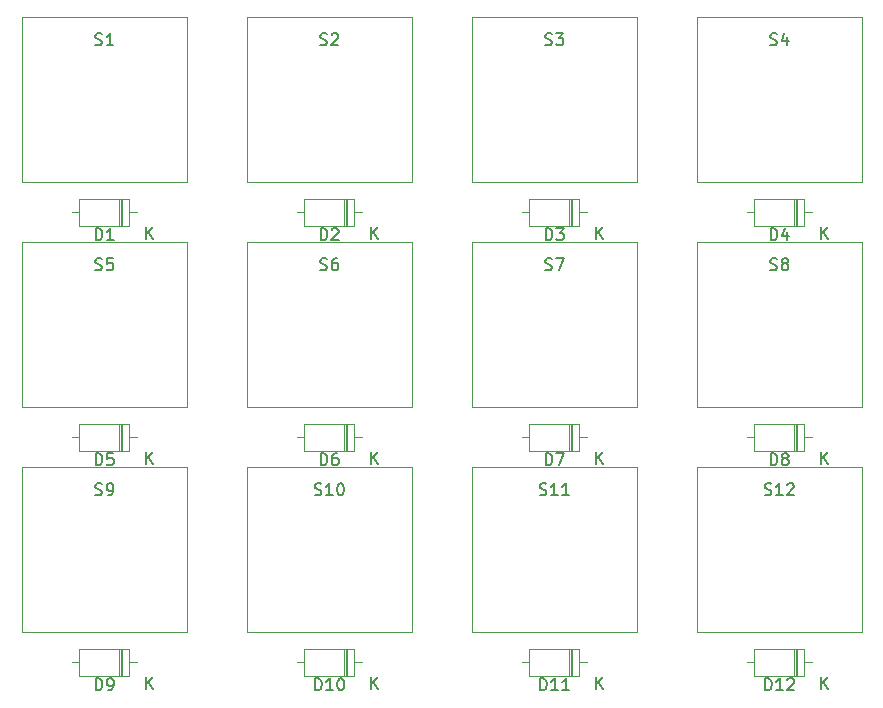
<source format=gbr>
%TF.GenerationSoftware,KiCad,Pcbnew,(5.1.10)-1*%
%TF.CreationDate,2021-11-04T23:56:30-04:00*%
%TF.ProjectId,pluto12,706c7574-6f31-4322-9e6b-696361645f70,rev?*%
%TF.SameCoordinates,Original*%
%TF.FileFunction,Legend,Top*%
%TF.FilePolarity,Positive*%
%FSLAX46Y46*%
G04 Gerber Fmt 4.6, Leading zero omitted, Abs format (unit mm)*
G04 Created by KiCad (PCBNEW (5.1.10)-1) date 2021-11-04 23:56:30*
%MOMM*%
%LPD*%
G01*
G04 APERTURE LIST*
%ADD10C,0.120000*%
%ADD11C,0.150000*%
G04 APERTURE END LIST*
D10*
%TO.C,S12*%
X169545000Y-120015000D02*
X169545000Y-106045000D01*
X183515000Y-120015000D02*
X169545000Y-120015000D01*
X183515000Y-106045000D02*
X183515000Y-120015000D01*
X169545000Y-106045000D02*
X183515000Y-106045000D01*
%TO.C,S11*%
X150495000Y-120015000D02*
X150495000Y-106045000D01*
X164465000Y-120015000D02*
X150495000Y-120015000D01*
X164465000Y-106045000D02*
X164465000Y-120015000D01*
X150495000Y-106045000D02*
X164465000Y-106045000D01*
%TO.C,S10*%
X131445000Y-120015000D02*
X131445000Y-106045000D01*
X145415000Y-120015000D02*
X131445000Y-120015000D01*
X145415000Y-106045000D02*
X145415000Y-120015000D01*
X131445000Y-106045000D02*
X145415000Y-106045000D01*
%TO.C,S9*%
X112395000Y-120015000D02*
X112395000Y-106045000D01*
X126365000Y-120015000D02*
X112395000Y-120015000D01*
X126365000Y-106045000D02*
X126365000Y-120015000D01*
X112395000Y-106045000D02*
X126365000Y-106045000D01*
%TO.C,S8*%
X169545000Y-100965000D02*
X169545000Y-86995000D01*
X183515000Y-100965000D02*
X169545000Y-100965000D01*
X183515000Y-86995000D02*
X183515000Y-100965000D01*
X169545000Y-86995000D02*
X183515000Y-86995000D01*
%TO.C,S7*%
X150495000Y-100965000D02*
X150495000Y-86995000D01*
X164465000Y-100965000D02*
X150495000Y-100965000D01*
X164465000Y-86995000D02*
X164465000Y-100965000D01*
X150495000Y-86995000D02*
X164465000Y-86995000D01*
%TO.C,S6*%
X131445000Y-100965000D02*
X131445000Y-86995000D01*
X145415000Y-100965000D02*
X131445000Y-100965000D01*
X145415000Y-86995000D02*
X145415000Y-100965000D01*
X131445000Y-86995000D02*
X145415000Y-86995000D01*
%TO.C,S5*%
X112395000Y-100965000D02*
X112395000Y-86995000D01*
X126365000Y-100965000D02*
X112395000Y-100965000D01*
X126365000Y-86995000D02*
X126365000Y-100965000D01*
X112395000Y-86995000D02*
X126365000Y-86995000D01*
%TO.C,S4*%
X169545000Y-81915000D02*
X169545000Y-67945000D01*
X183515000Y-81915000D02*
X169545000Y-81915000D01*
X183515000Y-67945000D02*
X183515000Y-81915000D01*
X169545000Y-67945000D02*
X183515000Y-67945000D01*
%TO.C,S3*%
X150495000Y-81915000D02*
X150495000Y-67945000D01*
X164465000Y-81915000D02*
X150495000Y-81915000D01*
X164465000Y-67945000D02*
X164465000Y-81915000D01*
X150495000Y-67945000D02*
X164465000Y-67945000D01*
%TO.C,S2*%
X131445000Y-81915000D02*
X131445000Y-67945000D01*
X145415000Y-81915000D02*
X131445000Y-81915000D01*
X145415000Y-67945000D02*
X145415000Y-81915000D01*
X131445000Y-67945000D02*
X145415000Y-67945000D01*
%TO.C,S1*%
X112395000Y-81915000D02*
X112395000Y-67945000D01*
X126365000Y-81915000D02*
X112395000Y-81915000D01*
X126365000Y-67945000D02*
X126365000Y-81915000D01*
X112395000Y-67945000D02*
X126365000Y-67945000D01*
%TO.C,D12*%
X178650000Y-123675000D02*
X178650000Y-121435000D01*
X178650000Y-121435000D02*
X174410000Y-121435000D01*
X174410000Y-121435000D02*
X174410000Y-123675000D01*
X174410000Y-123675000D02*
X178650000Y-123675000D01*
X179300000Y-122555000D02*
X178650000Y-122555000D01*
X173760000Y-122555000D02*
X174410000Y-122555000D01*
X177930000Y-123675000D02*
X177930000Y-121435000D01*
X177810000Y-123675000D02*
X177810000Y-121435000D01*
X178050000Y-123675000D02*
X178050000Y-121435000D01*
%TO.C,D11*%
X159600000Y-123675000D02*
X159600000Y-121435000D01*
X159600000Y-121435000D02*
X155360000Y-121435000D01*
X155360000Y-121435000D02*
X155360000Y-123675000D01*
X155360000Y-123675000D02*
X159600000Y-123675000D01*
X160250000Y-122555000D02*
X159600000Y-122555000D01*
X154710000Y-122555000D02*
X155360000Y-122555000D01*
X158880000Y-123675000D02*
X158880000Y-121435000D01*
X158760000Y-123675000D02*
X158760000Y-121435000D01*
X159000000Y-123675000D02*
X159000000Y-121435000D01*
%TO.C,D10*%
X140550000Y-123675000D02*
X140550000Y-121435000D01*
X140550000Y-121435000D02*
X136310000Y-121435000D01*
X136310000Y-121435000D02*
X136310000Y-123675000D01*
X136310000Y-123675000D02*
X140550000Y-123675000D01*
X141200000Y-122555000D02*
X140550000Y-122555000D01*
X135660000Y-122555000D02*
X136310000Y-122555000D01*
X139830000Y-123675000D02*
X139830000Y-121435000D01*
X139710000Y-123675000D02*
X139710000Y-121435000D01*
X139950000Y-123675000D02*
X139950000Y-121435000D01*
%TO.C,D9*%
X121500000Y-123675000D02*
X121500000Y-121435000D01*
X121500000Y-121435000D02*
X117260000Y-121435000D01*
X117260000Y-121435000D02*
X117260000Y-123675000D01*
X117260000Y-123675000D02*
X121500000Y-123675000D01*
X122150000Y-122555000D02*
X121500000Y-122555000D01*
X116610000Y-122555000D02*
X117260000Y-122555000D01*
X120780000Y-123675000D02*
X120780000Y-121435000D01*
X120660000Y-123675000D02*
X120660000Y-121435000D01*
X120900000Y-123675000D02*
X120900000Y-121435000D01*
%TO.C,D8*%
X178650000Y-104625000D02*
X178650000Y-102385000D01*
X178650000Y-102385000D02*
X174410000Y-102385000D01*
X174410000Y-102385000D02*
X174410000Y-104625000D01*
X174410000Y-104625000D02*
X178650000Y-104625000D01*
X179300000Y-103505000D02*
X178650000Y-103505000D01*
X173760000Y-103505000D02*
X174410000Y-103505000D01*
X177930000Y-104625000D02*
X177930000Y-102385000D01*
X177810000Y-104625000D02*
X177810000Y-102385000D01*
X178050000Y-104625000D02*
X178050000Y-102385000D01*
%TO.C,D7*%
X159600000Y-104625000D02*
X159600000Y-102385000D01*
X159600000Y-102385000D02*
X155360000Y-102385000D01*
X155360000Y-102385000D02*
X155360000Y-104625000D01*
X155360000Y-104625000D02*
X159600000Y-104625000D01*
X160250000Y-103505000D02*
X159600000Y-103505000D01*
X154710000Y-103505000D02*
X155360000Y-103505000D01*
X158880000Y-104625000D02*
X158880000Y-102385000D01*
X158760000Y-104625000D02*
X158760000Y-102385000D01*
X159000000Y-104625000D02*
X159000000Y-102385000D01*
%TO.C,D6*%
X140550000Y-104625000D02*
X140550000Y-102385000D01*
X140550000Y-102385000D02*
X136310000Y-102385000D01*
X136310000Y-102385000D02*
X136310000Y-104625000D01*
X136310000Y-104625000D02*
X140550000Y-104625000D01*
X141200000Y-103505000D02*
X140550000Y-103505000D01*
X135660000Y-103505000D02*
X136310000Y-103505000D01*
X139830000Y-104625000D02*
X139830000Y-102385000D01*
X139710000Y-104625000D02*
X139710000Y-102385000D01*
X139950000Y-104625000D02*
X139950000Y-102385000D01*
%TO.C,D5*%
X121500000Y-104625000D02*
X121500000Y-102385000D01*
X121500000Y-102385000D02*
X117260000Y-102385000D01*
X117260000Y-102385000D02*
X117260000Y-104625000D01*
X117260000Y-104625000D02*
X121500000Y-104625000D01*
X122150000Y-103505000D02*
X121500000Y-103505000D01*
X116610000Y-103505000D02*
X117260000Y-103505000D01*
X120780000Y-104625000D02*
X120780000Y-102385000D01*
X120660000Y-104625000D02*
X120660000Y-102385000D01*
X120900000Y-104625000D02*
X120900000Y-102385000D01*
%TO.C,D4*%
X178650000Y-85575000D02*
X178650000Y-83335000D01*
X178650000Y-83335000D02*
X174410000Y-83335000D01*
X174410000Y-83335000D02*
X174410000Y-85575000D01*
X174410000Y-85575000D02*
X178650000Y-85575000D01*
X179300000Y-84455000D02*
X178650000Y-84455000D01*
X173760000Y-84455000D02*
X174410000Y-84455000D01*
X177930000Y-85575000D02*
X177930000Y-83335000D01*
X177810000Y-85575000D02*
X177810000Y-83335000D01*
X178050000Y-85575000D02*
X178050000Y-83335000D01*
%TO.C,D3*%
X159600000Y-85575000D02*
X159600000Y-83335000D01*
X159600000Y-83335000D02*
X155360000Y-83335000D01*
X155360000Y-83335000D02*
X155360000Y-85575000D01*
X155360000Y-85575000D02*
X159600000Y-85575000D01*
X160250000Y-84455000D02*
X159600000Y-84455000D01*
X154710000Y-84455000D02*
X155360000Y-84455000D01*
X158880000Y-85575000D02*
X158880000Y-83335000D01*
X158760000Y-85575000D02*
X158760000Y-83335000D01*
X159000000Y-85575000D02*
X159000000Y-83335000D01*
%TO.C,D2*%
X140550000Y-85575000D02*
X140550000Y-83335000D01*
X140550000Y-83335000D02*
X136310000Y-83335000D01*
X136310000Y-83335000D02*
X136310000Y-85575000D01*
X136310000Y-85575000D02*
X140550000Y-85575000D01*
X141200000Y-84455000D02*
X140550000Y-84455000D01*
X135660000Y-84455000D02*
X136310000Y-84455000D01*
X139830000Y-85575000D02*
X139830000Y-83335000D01*
X139710000Y-85575000D02*
X139710000Y-83335000D01*
X139950000Y-85575000D02*
X139950000Y-83335000D01*
%TO.C,D1*%
X121500000Y-85575000D02*
X121500000Y-83335000D01*
X121500000Y-83335000D02*
X117260000Y-83335000D01*
X117260000Y-83335000D02*
X117260000Y-85575000D01*
X117260000Y-85575000D02*
X121500000Y-85575000D01*
X122150000Y-84455000D02*
X121500000Y-84455000D01*
X116610000Y-84455000D02*
X117260000Y-84455000D01*
X120780000Y-85575000D02*
X120780000Y-83335000D01*
X120660000Y-85575000D02*
X120660000Y-83335000D01*
X120900000Y-85575000D02*
X120900000Y-83335000D01*
%TO.C,S12*%
D11*
X175291904Y-108354761D02*
X175434761Y-108402380D01*
X175672857Y-108402380D01*
X175768095Y-108354761D01*
X175815714Y-108307142D01*
X175863333Y-108211904D01*
X175863333Y-108116666D01*
X175815714Y-108021428D01*
X175768095Y-107973809D01*
X175672857Y-107926190D01*
X175482380Y-107878571D01*
X175387142Y-107830952D01*
X175339523Y-107783333D01*
X175291904Y-107688095D01*
X175291904Y-107592857D01*
X175339523Y-107497619D01*
X175387142Y-107450000D01*
X175482380Y-107402380D01*
X175720476Y-107402380D01*
X175863333Y-107450000D01*
X176815714Y-108402380D02*
X176244285Y-108402380D01*
X176530000Y-108402380D02*
X176530000Y-107402380D01*
X176434761Y-107545238D01*
X176339523Y-107640476D01*
X176244285Y-107688095D01*
X177196666Y-107497619D02*
X177244285Y-107450000D01*
X177339523Y-107402380D01*
X177577619Y-107402380D01*
X177672857Y-107450000D01*
X177720476Y-107497619D01*
X177768095Y-107592857D01*
X177768095Y-107688095D01*
X177720476Y-107830952D01*
X177149047Y-108402380D01*
X177768095Y-108402380D01*
%TO.C,S11*%
X156241904Y-108354761D02*
X156384761Y-108402380D01*
X156622857Y-108402380D01*
X156718095Y-108354761D01*
X156765714Y-108307142D01*
X156813333Y-108211904D01*
X156813333Y-108116666D01*
X156765714Y-108021428D01*
X156718095Y-107973809D01*
X156622857Y-107926190D01*
X156432380Y-107878571D01*
X156337142Y-107830952D01*
X156289523Y-107783333D01*
X156241904Y-107688095D01*
X156241904Y-107592857D01*
X156289523Y-107497619D01*
X156337142Y-107450000D01*
X156432380Y-107402380D01*
X156670476Y-107402380D01*
X156813333Y-107450000D01*
X157765714Y-108402380D02*
X157194285Y-108402380D01*
X157480000Y-108402380D02*
X157480000Y-107402380D01*
X157384761Y-107545238D01*
X157289523Y-107640476D01*
X157194285Y-107688095D01*
X158718095Y-108402380D02*
X158146666Y-108402380D01*
X158432380Y-108402380D02*
X158432380Y-107402380D01*
X158337142Y-107545238D01*
X158241904Y-107640476D01*
X158146666Y-107688095D01*
%TO.C,S10*%
X137191904Y-108354761D02*
X137334761Y-108402380D01*
X137572857Y-108402380D01*
X137668095Y-108354761D01*
X137715714Y-108307142D01*
X137763333Y-108211904D01*
X137763333Y-108116666D01*
X137715714Y-108021428D01*
X137668095Y-107973809D01*
X137572857Y-107926190D01*
X137382380Y-107878571D01*
X137287142Y-107830952D01*
X137239523Y-107783333D01*
X137191904Y-107688095D01*
X137191904Y-107592857D01*
X137239523Y-107497619D01*
X137287142Y-107450000D01*
X137382380Y-107402380D01*
X137620476Y-107402380D01*
X137763333Y-107450000D01*
X138715714Y-108402380D02*
X138144285Y-108402380D01*
X138430000Y-108402380D02*
X138430000Y-107402380D01*
X138334761Y-107545238D01*
X138239523Y-107640476D01*
X138144285Y-107688095D01*
X139334761Y-107402380D02*
X139430000Y-107402380D01*
X139525238Y-107450000D01*
X139572857Y-107497619D01*
X139620476Y-107592857D01*
X139668095Y-107783333D01*
X139668095Y-108021428D01*
X139620476Y-108211904D01*
X139572857Y-108307142D01*
X139525238Y-108354761D01*
X139430000Y-108402380D01*
X139334761Y-108402380D01*
X139239523Y-108354761D01*
X139191904Y-108307142D01*
X139144285Y-108211904D01*
X139096666Y-108021428D01*
X139096666Y-107783333D01*
X139144285Y-107592857D01*
X139191904Y-107497619D01*
X139239523Y-107450000D01*
X139334761Y-107402380D01*
%TO.C,S9*%
X118618095Y-108354761D02*
X118760952Y-108402380D01*
X118999047Y-108402380D01*
X119094285Y-108354761D01*
X119141904Y-108307142D01*
X119189523Y-108211904D01*
X119189523Y-108116666D01*
X119141904Y-108021428D01*
X119094285Y-107973809D01*
X118999047Y-107926190D01*
X118808571Y-107878571D01*
X118713333Y-107830952D01*
X118665714Y-107783333D01*
X118618095Y-107688095D01*
X118618095Y-107592857D01*
X118665714Y-107497619D01*
X118713333Y-107450000D01*
X118808571Y-107402380D01*
X119046666Y-107402380D01*
X119189523Y-107450000D01*
X119665714Y-108402380D02*
X119856190Y-108402380D01*
X119951428Y-108354761D01*
X119999047Y-108307142D01*
X120094285Y-108164285D01*
X120141904Y-107973809D01*
X120141904Y-107592857D01*
X120094285Y-107497619D01*
X120046666Y-107450000D01*
X119951428Y-107402380D01*
X119760952Y-107402380D01*
X119665714Y-107450000D01*
X119618095Y-107497619D01*
X119570476Y-107592857D01*
X119570476Y-107830952D01*
X119618095Y-107926190D01*
X119665714Y-107973809D01*
X119760952Y-108021428D01*
X119951428Y-108021428D01*
X120046666Y-107973809D01*
X120094285Y-107926190D01*
X120141904Y-107830952D01*
%TO.C,S8*%
X175768095Y-89304761D02*
X175910952Y-89352380D01*
X176149047Y-89352380D01*
X176244285Y-89304761D01*
X176291904Y-89257142D01*
X176339523Y-89161904D01*
X176339523Y-89066666D01*
X176291904Y-88971428D01*
X176244285Y-88923809D01*
X176149047Y-88876190D01*
X175958571Y-88828571D01*
X175863333Y-88780952D01*
X175815714Y-88733333D01*
X175768095Y-88638095D01*
X175768095Y-88542857D01*
X175815714Y-88447619D01*
X175863333Y-88400000D01*
X175958571Y-88352380D01*
X176196666Y-88352380D01*
X176339523Y-88400000D01*
X176910952Y-88780952D02*
X176815714Y-88733333D01*
X176768095Y-88685714D01*
X176720476Y-88590476D01*
X176720476Y-88542857D01*
X176768095Y-88447619D01*
X176815714Y-88400000D01*
X176910952Y-88352380D01*
X177101428Y-88352380D01*
X177196666Y-88400000D01*
X177244285Y-88447619D01*
X177291904Y-88542857D01*
X177291904Y-88590476D01*
X177244285Y-88685714D01*
X177196666Y-88733333D01*
X177101428Y-88780952D01*
X176910952Y-88780952D01*
X176815714Y-88828571D01*
X176768095Y-88876190D01*
X176720476Y-88971428D01*
X176720476Y-89161904D01*
X176768095Y-89257142D01*
X176815714Y-89304761D01*
X176910952Y-89352380D01*
X177101428Y-89352380D01*
X177196666Y-89304761D01*
X177244285Y-89257142D01*
X177291904Y-89161904D01*
X177291904Y-88971428D01*
X177244285Y-88876190D01*
X177196666Y-88828571D01*
X177101428Y-88780952D01*
%TO.C,S7*%
X156718095Y-89304761D02*
X156860952Y-89352380D01*
X157099047Y-89352380D01*
X157194285Y-89304761D01*
X157241904Y-89257142D01*
X157289523Y-89161904D01*
X157289523Y-89066666D01*
X157241904Y-88971428D01*
X157194285Y-88923809D01*
X157099047Y-88876190D01*
X156908571Y-88828571D01*
X156813333Y-88780952D01*
X156765714Y-88733333D01*
X156718095Y-88638095D01*
X156718095Y-88542857D01*
X156765714Y-88447619D01*
X156813333Y-88400000D01*
X156908571Y-88352380D01*
X157146666Y-88352380D01*
X157289523Y-88400000D01*
X157622857Y-88352380D02*
X158289523Y-88352380D01*
X157860952Y-89352380D01*
%TO.C,S6*%
X137668095Y-89304761D02*
X137810952Y-89352380D01*
X138049047Y-89352380D01*
X138144285Y-89304761D01*
X138191904Y-89257142D01*
X138239523Y-89161904D01*
X138239523Y-89066666D01*
X138191904Y-88971428D01*
X138144285Y-88923809D01*
X138049047Y-88876190D01*
X137858571Y-88828571D01*
X137763333Y-88780952D01*
X137715714Y-88733333D01*
X137668095Y-88638095D01*
X137668095Y-88542857D01*
X137715714Y-88447619D01*
X137763333Y-88400000D01*
X137858571Y-88352380D01*
X138096666Y-88352380D01*
X138239523Y-88400000D01*
X139096666Y-88352380D02*
X138906190Y-88352380D01*
X138810952Y-88400000D01*
X138763333Y-88447619D01*
X138668095Y-88590476D01*
X138620476Y-88780952D01*
X138620476Y-89161904D01*
X138668095Y-89257142D01*
X138715714Y-89304761D01*
X138810952Y-89352380D01*
X139001428Y-89352380D01*
X139096666Y-89304761D01*
X139144285Y-89257142D01*
X139191904Y-89161904D01*
X139191904Y-88923809D01*
X139144285Y-88828571D01*
X139096666Y-88780952D01*
X139001428Y-88733333D01*
X138810952Y-88733333D01*
X138715714Y-88780952D01*
X138668095Y-88828571D01*
X138620476Y-88923809D01*
%TO.C,S5*%
X118618095Y-89304761D02*
X118760952Y-89352380D01*
X118999047Y-89352380D01*
X119094285Y-89304761D01*
X119141904Y-89257142D01*
X119189523Y-89161904D01*
X119189523Y-89066666D01*
X119141904Y-88971428D01*
X119094285Y-88923809D01*
X118999047Y-88876190D01*
X118808571Y-88828571D01*
X118713333Y-88780952D01*
X118665714Y-88733333D01*
X118618095Y-88638095D01*
X118618095Y-88542857D01*
X118665714Y-88447619D01*
X118713333Y-88400000D01*
X118808571Y-88352380D01*
X119046666Y-88352380D01*
X119189523Y-88400000D01*
X120094285Y-88352380D02*
X119618095Y-88352380D01*
X119570476Y-88828571D01*
X119618095Y-88780952D01*
X119713333Y-88733333D01*
X119951428Y-88733333D01*
X120046666Y-88780952D01*
X120094285Y-88828571D01*
X120141904Y-88923809D01*
X120141904Y-89161904D01*
X120094285Y-89257142D01*
X120046666Y-89304761D01*
X119951428Y-89352380D01*
X119713333Y-89352380D01*
X119618095Y-89304761D01*
X119570476Y-89257142D01*
%TO.C,S4*%
X175768095Y-70254761D02*
X175910952Y-70302380D01*
X176149047Y-70302380D01*
X176244285Y-70254761D01*
X176291904Y-70207142D01*
X176339523Y-70111904D01*
X176339523Y-70016666D01*
X176291904Y-69921428D01*
X176244285Y-69873809D01*
X176149047Y-69826190D01*
X175958571Y-69778571D01*
X175863333Y-69730952D01*
X175815714Y-69683333D01*
X175768095Y-69588095D01*
X175768095Y-69492857D01*
X175815714Y-69397619D01*
X175863333Y-69350000D01*
X175958571Y-69302380D01*
X176196666Y-69302380D01*
X176339523Y-69350000D01*
X177196666Y-69635714D02*
X177196666Y-70302380D01*
X176958571Y-69254761D02*
X176720476Y-69969047D01*
X177339523Y-69969047D01*
%TO.C,S3*%
X156718095Y-70254761D02*
X156860952Y-70302380D01*
X157099047Y-70302380D01*
X157194285Y-70254761D01*
X157241904Y-70207142D01*
X157289523Y-70111904D01*
X157289523Y-70016666D01*
X157241904Y-69921428D01*
X157194285Y-69873809D01*
X157099047Y-69826190D01*
X156908571Y-69778571D01*
X156813333Y-69730952D01*
X156765714Y-69683333D01*
X156718095Y-69588095D01*
X156718095Y-69492857D01*
X156765714Y-69397619D01*
X156813333Y-69350000D01*
X156908571Y-69302380D01*
X157146666Y-69302380D01*
X157289523Y-69350000D01*
X157622857Y-69302380D02*
X158241904Y-69302380D01*
X157908571Y-69683333D01*
X158051428Y-69683333D01*
X158146666Y-69730952D01*
X158194285Y-69778571D01*
X158241904Y-69873809D01*
X158241904Y-70111904D01*
X158194285Y-70207142D01*
X158146666Y-70254761D01*
X158051428Y-70302380D01*
X157765714Y-70302380D01*
X157670476Y-70254761D01*
X157622857Y-70207142D01*
%TO.C,S2*%
X137668095Y-70254761D02*
X137810952Y-70302380D01*
X138049047Y-70302380D01*
X138144285Y-70254761D01*
X138191904Y-70207142D01*
X138239523Y-70111904D01*
X138239523Y-70016666D01*
X138191904Y-69921428D01*
X138144285Y-69873809D01*
X138049047Y-69826190D01*
X137858571Y-69778571D01*
X137763333Y-69730952D01*
X137715714Y-69683333D01*
X137668095Y-69588095D01*
X137668095Y-69492857D01*
X137715714Y-69397619D01*
X137763333Y-69350000D01*
X137858571Y-69302380D01*
X138096666Y-69302380D01*
X138239523Y-69350000D01*
X138620476Y-69397619D02*
X138668095Y-69350000D01*
X138763333Y-69302380D01*
X139001428Y-69302380D01*
X139096666Y-69350000D01*
X139144285Y-69397619D01*
X139191904Y-69492857D01*
X139191904Y-69588095D01*
X139144285Y-69730952D01*
X138572857Y-70302380D01*
X139191904Y-70302380D01*
%TO.C,S1*%
X118618095Y-70254761D02*
X118760952Y-70302380D01*
X118999047Y-70302380D01*
X119094285Y-70254761D01*
X119141904Y-70207142D01*
X119189523Y-70111904D01*
X119189523Y-70016666D01*
X119141904Y-69921428D01*
X119094285Y-69873809D01*
X118999047Y-69826190D01*
X118808571Y-69778571D01*
X118713333Y-69730952D01*
X118665714Y-69683333D01*
X118618095Y-69588095D01*
X118618095Y-69492857D01*
X118665714Y-69397619D01*
X118713333Y-69350000D01*
X118808571Y-69302380D01*
X119046666Y-69302380D01*
X119189523Y-69350000D01*
X120141904Y-70302380D02*
X119570476Y-70302380D01*
X119856190Y-70302380D02*
X119856190Y-69302380D01*
X119760952Y-69445238D01*
X119665714Y-69540476D01*
X119570476Y-69588095D01*
%TO.C,D12*%
X175315714Y-124912380D02*
X175315714Y-123912380D01*
X175553809Y-123912380D01*
X175696666Y-123960000D01*
X175791904Y-124055238D01*
X175839523Y-124150476D01*
X175887142Y-124340952D01*
X175887142Y-124483809D01*
X175839523Y-124674285D01*
X175791904Y-124769523D01*
X175696666Y-124864761D01*
X175553809Y-124912380D01*
X175315714Y-124912380D01*
X176839523Y-124912380D02*
X176268095Y-124912380D01*
X176553809Y-124912380D02*
X176553809Y-123912380D01*
X176458571Y-124055238D01*
X176363333Y-124150476D01*
X176268095Y-124198095D01*
X177220476Y-124007619D02*
X177268095Y-123960000D01*
X177363333Y-123912380D01*
X177601428Y-123912380D01*
X177696666Y-123960000D01*
X177744285Y-124007619D01*
X177791904Y-124102857D01*
X177791904Y-124198095D01*
X177744285Y-124340952D01*
X177172857Y-124912380D01*
X177791904Y-124912380D01*
X180078095Y-124807380D02*
X180078095Y-123807380D01*
X180649523Y-124807380D02*
X180220952Y-124235952D01*
X180649523Y-123807380D02*
X180078095Y-124378809D01*
%TO.C,D11*%
X156265714Y-124912380D02*
X156265714Y-123912380D01*
X156503809Y-123912380D01*
X156646666Y-123960000D01*
X156741904Y-124055238D01*
X156789523Y-124150476D01*
X156837142Y-124340952D01*
X156837142Y-124483809D01*
X156789523Y-124674285D01*
X156741904Y-124769523D01*
X156646666Y-124864761D01*
X156503809Y-124912380D01*
X156265714Y-124912380D01*
X157789523Y-124912380D02*
X157218095Y-124912380D01*
X157503809Y-124912380D02*
X157503809Y-123912380D01*
X157408571Y-124055238D01*
X157313333Y-124150476D01*
X157218095Y-124198095D01*
X158741904Y-124912380D02*
X158170476Y-124912380D01*
X158456190Y-124912380D02*
X158456190Y-123912380D01*
X158360952Y-124055238D01*
X158265714Y-124150476D01*
X158170476Y-124198095D01*
X161028095Y-124807380D02*
X161028095Y-123807380D01*
X161599523Y-124807380D02*
X161170952Y-124235952D01*
X161599523Y-123807380D02*
X161028095Y-124378809D01*
%TO.C,D10*%
X137215714Y-124912380D02*
X137215714Y-123912380D01*
X137453809Y-123912380D01*
X137596666Y-123960000D01*
X137691904Y-124055238D01*
X137739523Y-124150476D01*
X137787142Y-124340952D01*
X137787142Y-124483809D01*
X137739523Y-124674285D01*
X137691904Y-124769523D01*
X137596666Y-124864761D01*
X137453809Y-124912380D01*
X137215714Y-124912380D01*
X138739523Y-124912380D02*
X138168095Y-124912380D01*
X138453809Y-124912380D02*
X138453809Y-123912380D01*
X138358571Y-124055238D01*
X138263333Y-124150476D01*
X138168095Y-124198095D01*
X139358571Y-123912380D02*
X139453809Y-123912380D01*
X139549047Y-123960000D01*
X139596666Y-124007619D01*
X139644285Y-124102857D01*
X139691904Y-124293333D01*
X139691904Y-124531428D01*
X139644285Y-124721904D01*
X139596666Y-124817142D01*
X139549047Y-124864761D01*
X139453809Y-124912380D01*
X139358571Y-124912380D01*
X139263333Y-124864761D01*
X139215714Y-124817142D01*
X139168095Y-124721904D01*
X139120476Y-124531428D01*
X139120476Y-124293333D01*
X139168095Y-124102857D01*
X139215714Y-124007619D01*
X139263333Y-123960000D01*
X139358571Y-123912380D01*
X141978095Y-124807380D02*
X141978095Y-123807380D01*
X142549523Y-124807380D02*
X142120952Y-124235952D01*
X142549523Y-123807380D02*
X141978095Y-124378809D01*
%TO.C,D9*%
X118641904Y-124912380D02*
X118641904Y-123912380D01*
X118880000Y-123912380D01*
X119022857Y-123960000D01*
X119118095Y-124055238D01*
X119165714Y-124150476D01*
X119213333Y-124340952D01*
X119213333Y-124483809D01*
X119165714Y-124674285D01*
X119118095Y-124769523D01*
X119022857Y-124864761D01*
X118880000Y-124912380D01*
X118641904Y-124912380D01*
X119689523Y-124912380D02*
X119880000Y-124912380D01*
X119975238Y-124864761D01*
X120022857Y-124817142D01*
X120118095Y-124674285D01*
X120165714Y-124483809D01*
X120165714Y-124102857D01*
X120118095Y-124007619D01*
X120070476Y-123960000D01*
X119975238Y-123912380D01*
X119784761Y-123912380D01*
X119689523Y-123960000D01*
X119641904Y-124007619D01*
X119594285Y-124102857D01*
X119594285Y-124340952D01*
X119641904Y-124436190D01*
X119689523Y-124483809D01*
X119784761Y-124531428D01*
X119975238Y-124531428D01*
X120070476Y-124483809D01*
X120118095Y-124436190D01*
X120165714Y-124340952D01*
X122928095Y-124807380D02*
X122928095Y-123807380D01*
X123499523Y-124807380D02*
X123070952Y-124235952D01*
X123499523Y-123807380D02*
X122928095Y-124378809D01*
%TO.C,D8*%
X175791904Y-105862380D02*
X175791904Y-104862380D01*
X176030000Y-104862380D01*
X176172857Y-104910000D01*
X176268095Y-105005238D01*
X176315714Y-105100476D01*
X176363333Y-105290952D01*
X176363333Y-105433809D01*
X176315714Y-105624285D01*
X176268095Y-105719523D01*
X176172857Y-105814761D01*
X176030000Y-105862380D01*
X175791904Y-105862380D01*
X176934761Y-105290952D02*
X176839523Y-105243333D01*
X176791904Y-105195714D01*
X176744285Y-105100476D01*
X176744285Y-105052857D01*
X176791904Y-104957619D01*
X176839523Y-104910000D01*
X176934761Y-104862380D01*
X177125238Y-104862380D01*
X177220476Y-104910000D01*
X177268095Y-104957619D01*
X177315714Y-105052857D01*
X177315714Y-105100476D01*
X177268095Y-105195714D01*
X177220476Y-105243333D01*
X177125238Y-105290952D01*
X176934761Y-105290952D01*
X176839523Y-105338571D01*
X176791904Y-105386190D01*
X176744285Y-105481428D01*
X176744285Y-105671904D01*
X176791904Y-105767142D01*
X176839523Y-105814761D01*
X176934761Y-105862380D01*
X177125238Y-105862380D01*
X177220476Y-105814761D01*
X177268095Y-105767142D01*
X177315714Y-105671904D01*
X177315714Y-105481428D01*
X177268095Y-105386190D01*
X177220476Y-105338571D01*
X177125238Y-105290952D01*
X180078095Y-105757380D02*
X180078095Y-104757380D01*
X180649523Y-105757380D02*
X180220952Y-105185952D01*
X180649523Y-104757380D02*
X180078095Y-105328809D01*
%TO.C,D7*%
X156741904Y-105862380D02*
X156741904Y-104862380D01*
X156980000Y-104862380D01*
X157122857Y-104910000D01*
X157218095Y-105005238D01*
X157265714Y-105100476D01*
X157313333Y-105290952D01*
X157313333Y-105433809D01*
X157265714Y-105624285D01*
X157218095Y-105719523D01*
X157122857Y-105814761D01*
X156980000Y-105862380D01*
X156741904Y-105862380D01*
X157646666Y-104862380D02*
X158313333Y-104862380D01*
X157884761Y-105862380D01*
X161028095Y-105757380D02*
X161028095Y-104757380D01*
X161599523Y-105757380D02*
X161170952Y-105185952D01*
X161599523Y-104757380D02*
X161028095Y-105328809D01*
%TO.C,D6*%
X137691904Y-105862380D02*
X137691904Y-104862380D01*
X137930000Y-104862380D01*
X138072857Y-104910000D01*
X138168095Y-105005238D01*
X138215714Y-105100476D01*
X138263333Y-105290952D01*
X138263333Y-105433809D01*
X138215714Y-105624285D01*
X138168095Y-105719523D01*
X138072857Y-105814761D01*
X137930000Y-105862380D01*
X137691904Y-105862380D01*
X139120476Y-104862380D02*
X138930000Y-104862380D01*
X138834761Y-104910000D01*
X138787142Y-104957619D01*
X138691904Y-105100476D01*
X138644285Y-105290952D01*
X138644285Y-105671904D01*
X138691904Y-105767142D01*
X138739523Y-105814761D01*
X138834761Y-105862380D01*
X139025238Y-105862380D01*
X139120476Y-105814761D01*
X139168095Y-105767142D01*
X139215714Y-105671904D01*
X139215714Y-105433809D01*
X139168095Y-105338571D01*
X139120476Y-105290952D01*
X139025238Y-105243333D01*
X138834761Y-105243333D01*
X138739523Y-105290952D01*
X138691904Y-105338571D01*
X138644285Y-105433809D01*
X141978095Y-105757380D02*
X141978095Y-104757380D01*
X142549523Y-105757380D02*
X142120952Y-105185952D01*
X142549523Y-104757380D02*
X141978095Y-105328809D01*
%TO.C,D5*%
X118641904Y-105862380D02*
X118641904Y-104862380D01*
X118880000Y-104862380D01*
X119022857Y-104910000D01*
X119118095Y-105005238D01*
X119165714Y-105100476D01*
X119213333Y-105290952D01*
X119213333Y-105433809D01*
X119165714Y-105624285D01*
X119118095Y-105719523D01*
X119022857Y-105814761D01*
X118880000Y-105862380D01*
X118641904Y-105862380D01*
X120118095Y-104862380D02*
X119641904Y-104862380D01*
X119594285Y-105338571D01*
X119641904Y-105290952D01*
X119737142Y-105243333D01*
X119975238Y-105243333D01*
X120070476Y-105290952D01*
X120118095Y-105338571D01*
X120165714Y-105433809D01*
X120165714Y-105671904D01*
X120118095Y-105767142D01*
X120070476Y-105814761D01*
X119975238Y-105862380D01*
X119737142Y-105862380D01*
X119641904Y-105814761D01*
X119594285Y-105767142D01*
X122928095Y-105757380D02*
X122928095Y-104757380D01*
X123499523Y-105757380D02*
X123070952Y-105185952D01*
X123499523Y-104757380D02*
X122928095Y-105328809D01*
%TO.C,D4*%
X175791904Y-86812380D02*
X175791904Y-85812380D01*
X176030000Y-85812380D01*
X176172857Y-85860000D01*
X176268095Y-85955238D01*
X176315714Y-86050476D01*
X176363333Y-86240952D01*
X176363333Y-86383809D01*
X176315714Y-86574285D01*
X176268095Y-86669523D01*
X176172857Y-86764761D01*
X176030000Y-86812380D01*
X175791904Y-86812380D01*
X177220476Y-86145714D02*
X177220476Y-86812380D01*
X176982380Y-85764761D02*
X176744285Y-86479047D01*
X177363333Y-86479047D01*
X180078095Y-86707380D02*
X180078095Y-85707380D01*
X180649523Y-86707380D02*
X180220952Y-86135952D01*
X180649523Y-85707380D02*
X180078095Y-86278809D01*
%TO.C,D3*%
X156741904Y-86812380D02*
X156741904Y-85812380D01*
X156980000Y-85812380D01*
X157122857Y-85860000D01*
X157218095Y-85955238D01*
X157265714Y-86050476D01*
X157313333Y-86240952D01*
X157313333Y-86383809D01*
X157265714Y-86574285D01*
X157218095Y-86669523D01*
X157122857Y-86764761D01*
X156980000Y-86812380D01*
X156741904Y-86812380D01*
X157646666Y-85812380D02*
X158265714Y-85812380D01*
X157932380Y-86193333D01*
X158075238Y-86193333D01*
X158170476Y-86240952D01*
X158218095Y-86288571D01*
X158265714Y-86383809D01*
X158265714Y-86621904D01*
X158218095Y-86717142D01*
X158170476Y-86764761D01*
X158075238Y-86812380D01*
X157789523Y-86812380D01*
X157694285Y-86764761D01*
X157646666Y-86717142D01*
X161028095Y-86707380D02*
X161028095Y-85707380D01*
X161599523Y-86707380D02*
X161170952Y-86135952D01*
X161599523Y-85707380D02*
X161028095Y-86278809D01*
%TO.C,D2*%
X137691904Y-86812380D02*
X137691904Y-85812380D01*
X137930000Y-85812380D01*
X138072857Y-85860000D01*
X138168095Y-85955238D01*
X138215714Y-86050476D01*
X138263333Y-86240952D01*
X138263333Y-86383809D01*
X138215714Y-86574285D01*
X138168095Y-86669523D01*
X138072857Y-86764761D01*
X137930000Y-86812380D01*
X137691904Y-86812380D01*
X138644285Y-85907619D02*
X138691904Y-85860000D01*
X138787142Y-85812380D01*
X139025238Y-85812380D01*
X139120476Y-85860000D01*
X139168095Y-85907619D01*
X139215714Y-86002857D01*
X139215714Y-86098095D01*
X139168095Y-86240952D01*
X138596666Y-86812380D01*
X139215714Y-86812380D01*
X141978095Y-86707380D02*
X141978095Y-85707380D01*
X142549523Y-86707380D02*
X142120952Y-86135952D01*
X142549523Y-85707380D02*
X141978095Y-86278809D01*
%TO.C,D1*%
X118641904Y-86812380D02*
X118641904Y-85812380D01*
X118880000Y-85812380D01*
X119022857Y-85860000D01*
X119118095Y-85955238D01*
X119165714Y-86050476D01*
X119213333Y-86240952D01*
X119213333Y-86383809D01*
X119165714Y-86574285D01*
X119118095Y-86669523D01*
X119022857Y-86764761D01*
X118880000Y-86812380D01*
X118641904Y-86812380D01*
X120165714Y-86812380D02*
X119594285Y-86812380D01*
X119880000Y-86812380D02*
X119880000Y-85812380D01*
X119784761Y-85955238D01*
X119689523Y-86050476D01*
X119594285Y-86098095D01*
X122928095Y-86707380D02*
X122928095Y-85707380D01*
X123499523Y-86707380D02*
X123070952Y-86135952D01*
X123499523Y-85707380D02*
X122928095Y-86278809D01*
%TD*%
M02*

</source>
